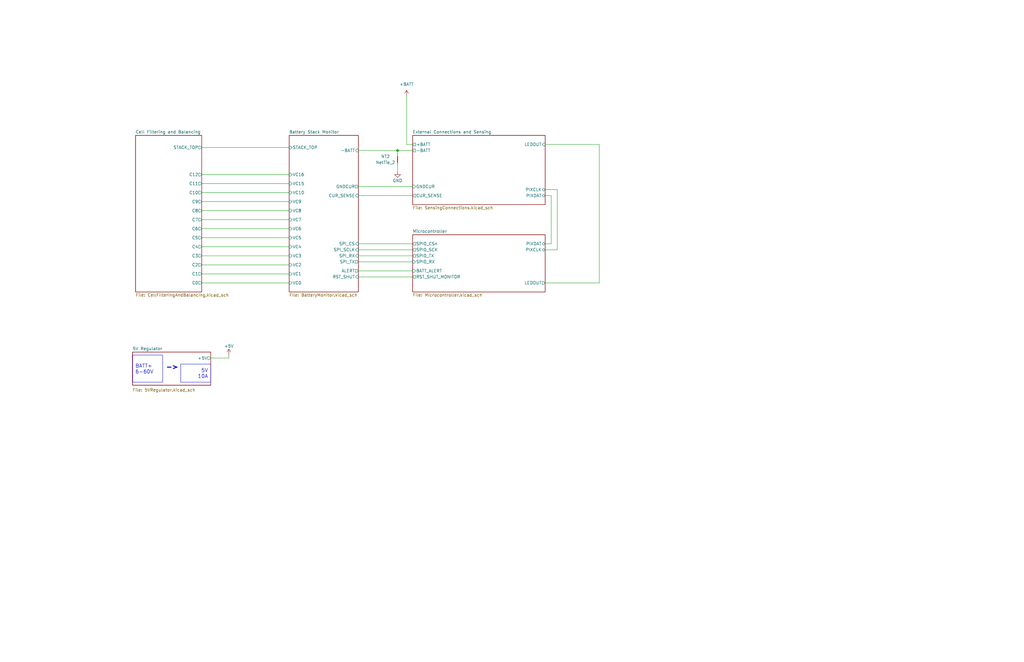
<source format=kicad_sch>
(kicad_sch (version 20230121) (generator eeschema)
  (paper "B")
  (title_block (title "Top-Level Interconnect") (date "2024-08-10") (rev "A") (company "AeroNU - FixedWing"))
  (lib_symbols
    (symbol "Device:NetTie_2" (pin_numbers hide) (pin_names (offset 0) hide) (in_bom no)
      (property "Reference" "NT" (at 0 1.27 0))
      (property "Value" "NetTie_2" (at 0 -1.27 0))
      (symbol "NetTie_2_0_1"
        (polyline (pts (xy -1.27 0) (xy 1.27 0)) (stroke (width 0.254)))
      )
      (symbol "NetTie_2_1_1"
        (pin passive line (at -2.54 0 0) (length 2.54) (name "1") (number "1"))
        (pin passive line (at 2.54 0 180) (length 2.54) (name "2") (number "2"))
      )
    )
    (symbol "FixedWing:LTC6804-2"
      (property "Reference" "U" (at -10.16 34.29 0))
      (property "Value" "LTC6804-2" (at -5.08 -35.56 0))
      (symbol "LTC6804-2_0_1"
        (rectangle (start 10.16 -33.02) (end -10.16 33.02) (stroke (width 0.254)) (fill (type background)))
      )
      (symbol "LTC6804-2_1_1"
        (pin power_in line (at -12.7 29.21 0) (length 2.54) (name "V+") (number "1"))
        (pin input line (at -12.7 6.35 0) (length 2.54) (name "C8") (number "10"))
        (pin bidirectional line (at -12.7 3.81 0) (length 2.54) (name "S8") (number "11"))
        (pin input line (at -12.7 1.27 0) (length 2.54) (name "C7") (number "12"))
        (pin bidirectional line (at -12.7 -1.27 0) (length 2.54) (name "S7") (number "13"))
        (pin input line (at -12.7 -3.81 0) (length 2.54) (name "C6") (number "14"))
        (pin bidirectional line (at -12.7 -6.35 0) (length 2.54) (name "S6") (number "15"))
        (pin input line (at -12.7 -8.89 0) (length 2.54) (name "C5") (number "16"))
        (pin bidirectional line (at -12.7 -11.43 0) (length 2.54) (name "S5") (number "17"))
        (pin input line (at -12.7 -13.97 0) (length 2.54) (name "C4") (number "18"))
        (pin bidirectional line (at -12.7 -16.51 0) (length 2.54) (name "S4") (number "19"))
        (pin input line (at -12.7 26.67 0) (length 2.54) (name "C12") (number "2"))
        (pin input line (at -12.7 -19.05 0) (length 2.54) (name "C3") (number "20"))
        (pin bidirectional line (at -12.7 -21.59 0) (length 2.54) (name "S3") (number "21"))
        (pin input line (at -12.7 -24.13 0) (length 2.54) (name "C2") (number "22"))
        (pin bidirectional line (at -12.7 -26.67 0) (length 2.54) (name "S2") (number "23"))
        (pin input line (at -12.7 -29.21 0) (length 2.54) (name "C1") (number "24"))
        (pin bidirectional line (at 12.7 -29.21 180) (length 2.54) (name "S1") (number "25"))
        (pin input line (at 12.7 -26.67 180) (length 2.54) (name "C0") (number "26"))
        (pin bidirectional line (at 12.7 -24.13 180) (length 2.54) (name "GPIO1") (number "27"))
        (pin bidirectional line (at 12.7 -21.59 180) (length 2.54) (name "GPIO2") (number "28"))
        (pin bidirectional line (at 12.7 -19.05 180) (length 2.54) (name "GPIO3") (number "29"))
        (pin bidirectional line (at -12.7 24.13 0) (length 2.54) (name "S12") (number "3"))
        (pin passive line (at 12.7 -16.51 180) (length 2.54) hide (name "V-") (number "30"))
        (pin passive line (at 12.7 -13.97 180) (length 2.54) (name "V-") (number "31"))
        (pin bidirectional line (at 12.7 -11.43 180) (length 2.54) (name "GPIO4") (number "32"))
        (pin bidirectional line (at 12.7 -8.89 180) (length 2.54) (name "GPIO5") (number "33"))
        (pin output line (at 12.7 -6.35 180) (length 2.54) (name "VREF2") (number "34"))
        (pin output line (at 12.7 -3.81 180) (length 2.54) (name "VREF1") (number "35"))
        (pin input line (at 12.7 -1.27 180) (length 2.54) (name "SWTEN") (number "36"))
        (pin input line (at 12.7 1.27 180) (length 2.54) (name "VREG") (number "37"))
        (pin output line (at 12.7 3.81 180) (length 2.54) (name "DRIVE") (number "38"))
        (pin output line (at 12.7 6.35 180) (length 2.54) (name "WDT") (number "39"))
        (pin input line (at -12.7 21.59 0) (length 2.54) (name "C11") (number "4"))
        (pin input line (at 12.7 8.89 180) (length 2.54) (name "ISOMD") (number "40"))
        (pin bidirectional line (at 12.7 11.43 180) (length 2.54) (name "CSB(IMA)") (number "41"))
        (pin bidirectional line (at 12.7 13.97 180) (length 2.54) (name "SCK(IPA)") (number "42"))
        (pin input line (at 12.7 16.51 180) (length 2.54) (name "SDI(NC)") (number "43"))
        (pin open_collector line (at 12.7 19.05 180) (length 2.54) (name "SDO(NC)") (number "44"))
        (pin passive line (at 12.7 21.59 180) (length 2.54) (name "A0") (number "45"))
        (pin passive line (at 12.7 24.13 180) (length 2.54) (name "A1") (number "46"))
        (pin bidirectional line (at 12.7 26.67 180) (length 2.54) (name "A2") (number "47"))
        (pin bidirectional line (at 12.7 29.21 180) (length 2.54) (name "A3") (number "48"))
        (pin bidirectional line (at -12.7 19.05 0) (length 2.54) (name "S11") (number "5"))
        (pin input line (at -12.7 16.51 0) (length 2.54) (name "C10") (number "6"))
        (pin bidirectional line (at -12.7 13.97 0) (length 2.54) (name "S10") (number "7"))
        (pin input line (at -12.7 11.43 0) (length 2.54) (name "C9") (number "8"))
        (pin bidirectional line (at -12.7 8.89 0) (length 2.54) (name "S9") (number "9"))
      )
    )
    (symbol "power:+5V" (power) (pin_names (offset 0))
      (property "Value" "+5V" (at 0 3.556 0))
      (symbol "+5V_0_1"
        (polyline (pts (xy -0.762 1.27) (xy 0 2.54)))
        (polyline (pts (xy 0 0) (xy 0 2.54)))
        (polyline (pts (xy 0 2.54) (xy 0.762 1.27)))
      )
      (symbol "+5V_1_1"
        (pin power_in line (at 0 0 90) (length 0) hide (name "+5V") (number "1"))
      )
    )
    (symbol "power:+BATT" (power) (pin_names (offset 0))
      (property "Value" "+BATT" (at 0 3.556 0))
      (symbol "+BATT_0_1"
        (polyline (pts (xy -0.762 1.27) (xy 0 2.54)))
        (polyline (pts (xy 0 0) (xy 0 2.54)))
        (polyline (pts (xy 0 2.54) (xy 0.762 1.27)))
      )
      (symbol "+BATT_1_1"
        (pin power_in line (at 0 0 90) (length 0) hide (name "+BATT") (number "1"))
      )
    )
    (symbol "power:GND" (power) (pin_names (offset 0))
      (property "Value" "GND" (at 0 -3.81 0))
      (symbol "GND_0_1"
        (polyline (pts (xy 0 0) (xy 0 -1.27) (xy 1.27 -1.27) (xy 0 -2.54) (xy -1.27 -1.27) (xy 0 -1.27)))
      )
      (symbol "GND_1_1"
        (pin power_in line (at 0 0 270) (length 0) hide (name "GND") (number "1"))
      )
    )
  )
  (junction (at 167.64 63.5))
  (wire (pts (xy 229.87 82.55) (xy 232.41 82.55)))
  (wire (pts (xy 85.09 73.66) (xy 121.92 73.66)))
  (wire (pts (xy 252.73 60.96) (xy 252.73 119.38)))
  (wire (pts (xy 252.73 119.38) (xy 229.87 119.38)))
  (wire (pts (xy 171.45 60.96) (xy 173.99 60.96)))
  (wire (pts (xy 234.95 105.41) (xy 234.95 80.01)))
  (wire (pts (xy 85.09 107.95) (xy 121.92 107.95)))
  (wire (pts (xy 85.09 85.09) (xy 121.92 85.09)))
  (wire (pts (xy 229.87 102.87) (xy 232.41 102.87)))
  (wire (pts (xy 167.64 69.85) (xy 167.64 72.39)))
  (wire (pts (xy 151.13 107.95) (xy 173.99 107.95)))
  (wire (pts (xy 232.41 82.55) (xy 232.41 102.87)))
  (wire (pts (xy 85.09 100.33) (xy 121.92 100.33)))
  (wire (pts (xy 85.09 77.47) (xy 121.92 77.47)))
  (wire (pts (xy 85.09 119.38) (xy 121.92 119.38)))
  (wire (pts (xy 234.95 80.01) (xy 229.87 80.01)))
  (wire (pts (xy 229.87 60.96) (xy 252.73 60.96)))
  (wire (pts (xy 151.13 82.55) (xy 173.99 82.55)))
  (wire (pts (xy 151.13 114.3) (xy 173.99 114.3)))
  (wire (pts (xy 167.64 63.5) (xy 173.99 63.5)))
  (wire (pts (xy 96.52 151.13) (xy 88.9 151.13)))
  (wire (pts (xy 151.13 102.87) (xy 173.99 102.87)))
  (wire (pts (xy 151.13 105.41) (xy 173.99 105.41)))
  (wire (pts (xy 85.09 62.23) (xy 121.92 62.23)))
  (wire (pts (xy 85.09 111.76) (xy 121.92 111.76)))
  (wire (pts (xy 85.09 104.14) (xy 121.92 104.14)))
  (wire (pts (xy 85.09 115.57) (xy 121.92 115.57)))
  (wire (pts (xy 85.09 88.9) (xy 121.92 88.9)))
  (wire (pts (xy 151.13 63.5) (xy 167.64 63.5)))
  (wire (pts (xy 171.45 60.96) (xy 171.45 40.64)))
  (wire (pts (xy 96.52 151.13) (xy 96.52 149.86)))
  (wire (pts (xy 85.09 96.52) (xy 121.92 96.52)))
  (wire (pts (xy 85.09 92.71) (xy 121.92 92.71)))
  (wire (pts (xy 151.13 116.84) (xy 173.99 116.84)))
  (wire (pts (xy 151.13 110.49) (xy 173.99 110.49)))
  (wire (pts (xy 85.09 81.28) (xy 121.92 81.28)))
  (wire (pts (xy 167.64 63.5) (xy 167.64 64.77)))
  (wire (pts (xy 151.13 78.74) (xy 173.99 78.74)))
  (wire (pts (xy 229.87 105.41) (xy 234.95 105.41)))
  (text_box "BATT+\n6-60V" (at 55.88 149.86 0) (size 12.7 11.43) (effects (font (size 1.524 1.524)) (justify left)))
  (text_box "5V\n10A" (at 76.2 153.67 0) (size 12.7 7.62) (effects (font (size 1.524 1.524)) (justify right)))
  (text "->" (at 69.85 156.21 0) (effects (font (size 2 2) bold) (justify left bottom)))
  (symbol (lib_id "Device:NetTie_2") (at 167.64 67.31 90) (unit 1) (in_bom no)
    (property "Reference" "NT2" (at 162.56 66.04 90))
    (property "Value" "NetTie_2" (at 162.56 68.58 90))
    (property "Footprint" "NetTie:NetTie-2_SMD_Pad2.0mm" (effects hide))
  )
  (symbol (lib_id "power:GND") (at 167.64 72.39 0) (unit 1)
    (property "Reference" "#PWR046" (effects hide))
    (property "Value" "GND" (at 167.64 76.2 0))
  )
  (symbol (lib_id "power:+BATT") (at 171.45 40.64 0) (mirror y) (unit 1)
    (property "Reference" "#PWR093" (effects hide))
    (property "Value" "+BATT" (at 171.45 35.56 0))
  )
  (symbol (lib_id "power:+5V") (at 96.52 149.86 0) (unit 1)
    (property "Reference" "#PWR092" (effects hide))
    (property "Value" "+5V" (at 96.52 146.05 0))
  )
  (sheet (at 121.92 57.15) (size 29.21 66.04) (stroke (width 0.1524))
    (property "Sheetname" "Battery Stack Monitor" (at 121.92 56.4384 0) (effects (justify left bottom)))
    (property "Sheetfile" "BatteryMonitor.kicad_sch" (at 121.92 123.7746 0) (effects (justify left top)))
    (pin "VC15" input (at 121.92 77.47 180))
    (pin "VC16" input (at 121.92 73.66 180))
    (pin "VC10" input (at 121.92 81.28 180))
    (pin "VC9" input (at 121.92 85.09 180))
    (pin "VC6" input (at 121.92 96.52 180))
    (pin "VC7" input (at 121.92 92.71 180))
    (pin "VC5" input (at 121.92 100.33 180))
    (pin "VC8" input (at 121.92 88.9 180))
    (pin "SPI_SCLK" input (at 151.13 105.41 0))
    (pin "SPI_TX" output (at 151.13 110.49 0))
    (pin "SPI_RX" input (at 151.13 107.95 0))
    (pin "SPI_CS" input (at 151.13 102.87 0))
    (pin "ALERT" output (at 151.13 114.3 0))
    (pin "RST_SHUT" input (at 151.13 116.84 0))
    (pin "CUR_SENSE" input (at 151.13 82.55 0))
    (pin "STACK_TOP" input (at 121.92 62.23 180))
    (pin "VC1" input (at 121.92 115.57 180))
    (pin "VC2" input (at 121.92 111.76 180))
    (pin "VC3" input (at 121.92 107.95 180))
    (pin "VC0" input (at 121.92 119.38 180))
    (pin "VC4" input (at 121.92 104.14 180))
    (pin "-BATT" input (at 151.13 63.5 0))
    (pin "GNDCUR" output (at 151.13 78.74 0))
  )
  (sheet (at 173.99 99.06) (size 55.88 24.13) (stroke (width 0.1524))
    (property "Sheetname" "Microcontroller" (at 173.99 98.3484 0) (effects (justify left bottom)))
    (property "Sheetfile" "Microcontroller.kicad_sch" (at 173.99 123.7746 0) (effects (justify left top)))
    (pin "SPI0_RX" input (at 173.99 110.49 180))
    (pin "SPI0_SCK" output (at 173.99 105.41 180))
    (pin "SPI0_CSn" output (at 173.99 102.87 180))
    (pin "SPI0_TX" output (at 173.99 107.95 180))
    (pin "PIXDAT" bidirectional (at 229.87 102.87 0))
    (pin "PIXCLK" bidirectional (at 229.87 105.41 0))
    (pin "LEDOUT" output (at 229.87 119.38 0))
    (pin "BATT_ALERT" input (at 173.99 114.3 180))
    (pin "RST_SHUT_MONITOR" output (at 173.99 116.84 180))
  )
  (sheet (at 57.15 57.15) (size 27.94 66.04) (stroke (width 0.1524))
    (property "Sheetname" "Cell Filtering and Balancing" (at 57.15 56.4384 0) (effects (justify left bottom)))
    (property "Sheetfile" "CellFilteringAndBalancing.kicad_sch" (at 57.15 123.7746 0) (effects (justify left top)))
    (pin "C6" output (at 85.09 96.52 0))
    (pin "C3" output (at 85.09 107.95 0))
    (pin "C5" output (at 85.09 100.33 0))
    (pin "C4" output (at 85.09 104.14 0))
    (pin "C2" output (at 85.09 111.76 0))
    (pin "C1" output (at 85.09 115.57 0))
    (pin "C0" output (at 85.09 119.38 0))
    (pin "C8" output (at 85.09 88.9 0))
    (pin "C7" output (at 85.09 92.71 0))
    (pin "C12" output (at 85.09 73.66 0))
    (pin "C11" output (at 85.09 77.47 0))
    (pin "C10" output (at 85.09 81.28 0))
    (pin "STACK_TOP" output (at 85.09 62.23 0))
    (pin "C9" output (at 85.09 85.09 0))
  )
  (sheet (at 55.88 148.59) (size 33.02 13.97) (stroke (width 0.1524))
    (property "Sheetname" "5V Regulator" (at 55.88 147.8784 0) (effects (justify left bottom)))
    (property "Sheetfile" "5VRegulator.kicad_sch" (at 55.88 163.83 0) (effects (justify left top)))
    (pin "+5V" output (at 88.9 151.13 0))
  )
  (sheet (at 173.99 57.15) (size 55.88 29.21) (stroke (width 0.1524))
    (property "Sheetname" "External Connections and Sensing" (at 173.99 56.4384 0) (effects (justify left bottom)))
    (property "Sheetfile" "SensingConnections.kicad_sch" (at 173.99 86.9446 0) (effects (justify left top)))
    (pin "CUR_SENSE" output (at 173.99 82.55 180))
    (pin "LEDOUT" input (at 229.87 60.96 0))
    (pin "PIXDAT" bidirectional (at 229.87 82.55 0))
    (pin "PIXCLK" bidirectional (at 229.87 80.01 0))
    (pin "+BATT" output (at 173.99 60.96 180))
    (pin "-BATT" output (at 173.99 63.5 180))
    (pin "GNDCUR" input (at 173.99 78.74 180))
  )
)
</source>
